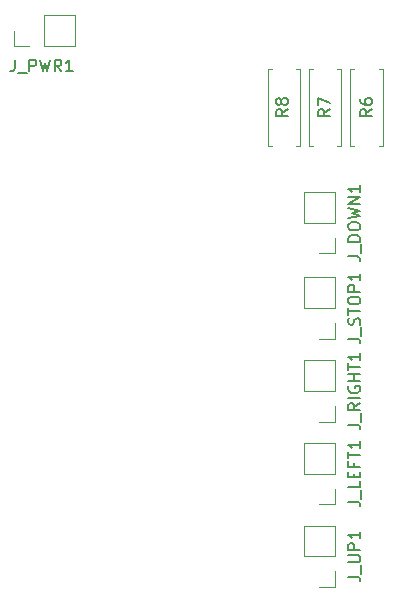
<source format=gto>
G04 #@! TF.GenerationSoftware,KiCad,Pcbnew,8.0.6*
G04 #@! TF.CreationDate,2025-10-25T19:24:46+02:00*
G04 #@! TF.ProjectId,COSMO Adapter v1.0,434f534d-4f20-4416-9461-707465722076,rev?*
G04 #@! TF.SameCoordinates,Original*
G04 #@! TF.FileFunction,Legend,Top*
G04 #@! TF.FilePolarity,Positive*
%FSLAX46Y46*%
G04 Gerber Fmt 4.6, Leading zero omitted, Abs format (unit mm)*
G04 Created by KiCad (PCBNEW 8.0.6) date 2025-10-25 19:24:46*
%MOMM*%
%LPD*%
G01*
G04 APERTURE LIST*
%ADD10C,0.150000*%
%ADD11C,0.120000*%
%ADD12R,1.700000X1.700000*%
%ADD13O,1.700000X1.700000*%
%ADD14C,1.600000*%
%ADD15O,1.600000X1.600000*%
%ADD16R,1.800000X1.800000*%
%ADD17C,1.800000*%
%ADD18R,1.600000X1.600000*%
G04 APERTURE END LIST*
D10*
X168954819Y-118380952D02*
X169669104Y-118380952D01*
X169669104Y-118380952D02*
X169811961Y-118428571D01*
X169811961Y-118428571D02*
X169907200Y-118523809D01*
X169907200Y-118523809D02*
X169954819Y-118666666D01*
X169954819Y-118666666D02*
X169954819Y-118761904D01*
X170050057Y-118142857D02*
X170050057Y-117380952D01*
X169954819Y-116666666D02*
X169954819Y-117142856D01*
X169954819Y-117142856D02*
X168954819Y-117142856D01*
X169431009Y-116333332D02*
X169431009Y-115999999D01*
X169954819Y-115857142D02*
X169954819Y-116333332D01*
X169954819Y-116333332D02*
X168954819Y-116333332D01*
X168954819Y-116333332D02*
X168954819Y-115857142D01*
X169431009Y-115095237D02*
X169431009Y-115428570D01*
X169954819Y-115428570D02*
X168954819Y-115428570D01*
X168954819Y-115428570D02*
X168954819Y-114952380D01*
X168954819Y-114714284D02*
X168954819Y-114142856D01*
X169954819Y-114428570D02*
X168954819Y-114428570D01*
X169954819Y-113285713D02*
X169954819Y-113857141D01*
X169954819Y-113571427D02*
X168954819Y-113571427D01*
X168954819Y-113571427D02*
X169097676Y-113666665D01*
X169097676Y-113666665D02*
X169192914Y-113761903D01*
X169192914Y-113761903D02*
X169240533Y-113857141D01*
X163854819Y-85166666D02*
X163378628Y-85499999D01*
X163854819Y-85738094D02*
X162854819Y-85738094D01*
X162854819Y-85738094D02*
X162854819Y-85357142D01*
X162854819Y-85357142D02*
X162902438Y-85261904D01*
X162902438Y-85261904D02*
X162950057Y-85214285D01*
X162950057Y-85214285D02*
X163045295Y-85166666D01*
X163045295Y-85166666D02*
X163188152Y-85166666D01*
X163188152Y-85166666D02*
X163283390Y-85214285D01*
X163283390Y-85214285D02*
X163331009Y-85261904D01*
X163331009Y-85261904D02*
X163378628Y-85357142D01*
X163378628Y-85357142D02*
X163378628Y-85738094D01*
X163283390Y-84595237D02*
X163235771Y-84690475D01*
X163235771Y-84690475D02*
X163188152Y-84738094D01*
X163188152Y-84738094D02*
X163092914Y-84785713D01*
X163092914Y-84785713D02*
X163045295Y-84785713D01*
X163045295Y-84785713D02*
X162950057Y-84738094D01*
X162950057Y-84738094D02*
X162902438Y-84690475D01*
X162902438Y-84690475D02*
X162854819Y-84595237D01*
X162854819Y-84595237D02*
X162854819Y-84404761D01*
X162854819Y-84404761D02*
X162902438Y-84309523D01*
X162902438Y-84309523D02*
X162950057Y-84261904D01*
X162950057Y-84261904D02*
X163045295Y-84214285D01*
X163045295Y-84214285D02*
X163092914Y-84214285D01*
X163092914Y-84214285D02*
X163188152Y-84261904D01*
X163188152Y-84261904D02*
X163235771Y-84309523D01*
X163235771Y-84309523D02*
X163283390Y-84404761D01*
X163283390Y-84404761D02*
X163283390Y-84595237D01*
X163283390Y-84595237D02*
X163331009Y-84690475D01*
X163331009Y-84690475D02*
X163378628Y-84738094D01*
X163378628Y-84738094D02*
X163473866Y-84785713D01*
X163473866Y-84785713D02*
X163664342Y-84785713D01*
X163664342Y-84785713D02*
X163759580Y-84738094D01*
X163759580Y-84738094D02*
X163807200Y-84690475D01*
X163807200Y-84690475D02*
X163854819Y-84595237D01*
X163854819Y-84595237D02*
X163854819Y-84404761D01*
X163854819Y-84404761D02*
X163807200Y-84309523D01*
X163807200Y-84309523D02*
X163759580Y-84261904D01*
X163759580Y-84261904D02*
X163664342Y-84214285D01*
X163664342Y-84214285D02*
X163473866Y-84214285D01*
X163473866Y-84214285D02*
X163378628Y-84261904D01*
X163378628Y-84261904D02*
X163331009Y-84309523D01*
X163331009Y-84309523D02*
X163283390Y-84404761D01*
X168954819Y-124738095D02*
X169669104Y-124738095D01*
X169669104Y-124738095D02*
X169811961Y-124785714D01*
X169811961Y-124785714D02*
X169907200Y-124880952D01*
X169907200Y-124880952D02*
X169954819Y-125023809D01*
X169954819Y-125023809D02*
X169954819Y-125119047D01*
X170050057Y-124500000D02*
X170050057Y-123738095D01*
X168954819Y-123499999D02*
X169764342Y-123499999D01*
X169764342Y-123499999D02*
X169859580Y-123452380D01*
X169859580Y-123452380D02*
X169907200Y-123404761D01*
X169907200Y-123404761D02*
X169954819Y-123309523D01*
X169954819Y-123309523D02*
X169954819Y-123119047D01*
X169954819Y-123119047D02*
X169907200Y-123023809D01*
X169907200Y-123023809D02*
X169859580Y-122976190D01*
X169859580Y-122976190D02*
X169764342Y-122928571D01*
X169764342Y-122928571D02*
X168954819Y-122928571D01*
X169954819Y-122452380D02*
X168954819Y-122452380D01*
X168954819Y-122452380D02*
X168954819Y-122071428D01*
X168954819Y-122071428D02*
X169002438Y-121976190D01*
X169002438Y-121976190D02*
X169050057Y-121928571D01*
X169050057Y-121928571D02*
X169145295Y-121880952D01*
X169145295Y-121880952D02*
X169288152Y-121880952D01*
X169288152Y-121880952D02*
X169383390Y-121928571D01*
X169383390Y-121928571D02*
X169431009Y-121976190D01*
X169431009Y-121976190D02*
X169478628Y-122071428D01*
X169478628Y-122071428D02*
X169478628Y-122452380D01*
X169954819Y-120928571D02*
X169954819Y-121499999D01*
X169954819Y-121214285D02*
X168954819Y-121214285D01*
X168954819Y-121214285D02*
X169097676Y-121309523D01*
X169097676Y-121309523D02*
X169192914Y-121404761D01*
X169192914Y-121404761D02*
X169240533Y-121499999D01*
X168954819Y-111857142D02*
X169669104Y-111857142D01*
X169669104Y-111857142D02*
X169811961Y-111904761D01*
X169811961Y-111904761D02*
X169907200Y-111999999D01*
X169907200Y-111999999D02*
X169954819Y-112142856D01*
X169954819Y-112142856D02*
X169954819Y-112238094D01*
X170050057Y-111619047D02*
X170050057Y-110857142D01*
X169954819Y-110047618D02*
X169478628Y-110380951D01*
X169954819Y-110619046D02*
X168954819Y-110619046D01*
X168954819Y-110619046D02*
X168954819Y-110238094D01*
X168954819Y-110238094D02*
X169002438Y-110142856D01*
X169002438Y-110142856D02*
X169050057Y-110095237D01*
X169050057Y-110095237D02*
X169145295Y-110047618D01*
X169145295Y-110047618D02*
X169288152Y-110047618D01*
X169288152Y-110047618D02*
X169383390Y-110095237D01*
X169383390Y-110095237D02*
X169431009Y-110142856D01*
X169431009Y-110142856D02*
X169478628Y-110238094D01*
X169478628Y-110238094D02*
X169478628Y-110619046D01*
X169954819Y-109619046D02*
X168954819Y-109619046D01*
X169002438Y-108619047D02*
X168954819Y-108714285D01*
X168954819Y-108714285D02*
X168954819Y-108857142D01*
X168954819Y-108857142D02*
X169002438Y-108999999D01*
X169002438Y-108999999D02*
X169097676Y-109095237D01*
X169097676Y-109095237D02*
X169192914Y-109142856D01*
X169192914Y-109142856D02*
X169383390Y-109190475D01*
X169383390Y-109190475D02*
X169526247Y-109190475D01*
X169526247Y-109190475D02*
X169716723Y-109142856D01*
X169716723Y-109142856D02*
X169811961Y-109095237D01*
X169811961Y-109095237D02*
X169907200Y-108999999D01*
X169907200Y-108999999D02*
X169954819Y-108857142D01*
X169954819Y-108857142D02*
X169954819Y-108761904D01*
X169954819Y-108761904D02*
X169907200Y-108619047D01*
X169907200Y-108619047D02*
X169859580Y-108571428D01*
X169859580Y-108571428D02*
X169526247Y-108571428D01*
X169526247Y-108571428D02*
X169526247Y-108761904D01*
X169954819Y-108142856D02*
X168954819Y-108142856D01*
X169431009Y-108142856D02*
X169431009Y-107571428D01*
X169954819Y-107571428D02*
X168954819Y-107571428D01*
X168954819Y-107238094D02*
X168954819Y-106666666D01*
X169954819Y-106952380D02*
X168954819Y-106952380D01*
X169954819Y-105809523D02*
X169954819Y-106380951D01*
X169954819Y-106095237D02*
X168954819Y-106095237D01*
X168954819Y-106095237D02*
X169097676Y-106190475D01*
X169097676Y-106190475D02*
X169192914Y-106285713D01*
X169192914Y-106285713D02*
X169240533Y-106380951D01*
X168954819Y-97598333D02*
X169669104Y-97598333D01*
X169669104Y-97598333D02*
X169811961Y-97645952D01*
X169811961Y-97645952D02*
X169907200Y-97741190D01*
X169907200Y-97741190D02*
X169954819Y-97884047D01*
X169954819Y-97884047D02*
X169954819Y-97979285D01*
X170050057Y-97360238D02*
X170050057Y-96598333D01*
X169954819Y-96360237D02*
X168954819Y-96360237D01*
X168954819Y-96360237D02*
X168954819Y-96122142D01*
X168954819Y-96122142D02*
X169002438Y-95979285D01*
X169002438Y-95979285D02*
X169097676Y-95884047D01*
X169097676Y-95884047D02*
X169192914Y-95836428D01*
X169192914Y-95836428D02*
X169383390Y-95788809D01*
X169383390Y-95788809D02*
X169526247Y-95788809D01*
X169526247Y-95788809D02*
X169716723Y-95836428D01*
X169716723Y-95836428D02*
X169811961Y-95884047D01*
X169811961Y-95884047D02*
X169907200Y-95979285D01*
X169907200Y-95979285D02*
X169954819Y-96122142D01*
X169954819Y-96122142D02*
X169954819Y-96360237D01*
X168954819Y-95169761D02*
X168954819Y-94979285D01*
X168954819Y-94979285D02*
X169002438Y-94884047D01*
X169002438Y-94884047D02*
X169097676Y-94788809D01*
X169097676Y-94788809D02*
X169288152Y-94741190D01*
X169288152Y-94741190D02*
X169621485Y-94741190D01*
X169621485Y-94741190D02*
X169811961Y-94788809D01*
X169811961Y-94788809D02*
X169907200Y-94884047D01*
X169907200Y-94884047D02*
X169954819Y-94979285D01*
X169954819Y-94979285D02*
X169954819Y-95169761D01*
X169954819Y-95169761D02*
X169907200Y-95264999D01*
X169907200Y-95264999D02*
X169811961Y-95360237D01*
X169811961Y-95360237D02*
X169621485Y-95407856D01*
X169621485Y-95407856D02*
X169288152Y-95407856D01*
X169288152Y-95407856D02*
X169097676Y-95360237D01*
X169097676Y-95360237D02*
X169002438Y-95264999D01*
X169002438Y-95264999D02*
X168954819Y-95169761D01*
X168954819Y-94407856D02*
X169954819Y-94169761D01*
X169954819Y-94169761D02*
X169240533Y-93979285D01*
X169240533Y-93979285D02*
X169954819Y-93788809D01*
X169954819Y-93788809D02*
X168954819Y-93550714D01*
X169954819Y-93169761D02*
X168954819Y-93169761D01*
X168954819Y-93169761D02*
X169954819Y-92598333D01*
X169954819Y-92598333D02*
X168954819Y-92598333D01*
X169954819Y-91598333D02*
X169954819Y-92169761D01*
X169954819Y-91884047D02*
X168954819Y-91884047D01*
X168954819Y-91884047D02*
X169097676Y-91979285D01*
X169097676Y-91979285D02*
X169192914Y-92074523D01*
X169192914Y-92074523D02*
X169240533Y-92169761D01*
X140714285Y-80954819D02*
X140714285Y-81669104D01*
X140714285Y-81669104D02*
X140666666Y-81811961D01*
X140666666Y-81811961D02*
X140571428Y-81907200D01*
X140571428Y-81907200D02*
X140428571Y-81954819D01*
X140428571Y-81954819D02*
X140333333Y-81954819D01*
X140952381Y-82050057D02*
X141714285Y-82050057D01*
X141952381Y-81954819D02*
X141952381Y-80954819D01*
X141952381Y-80954819D02*
X142333333Y-80954819D01*
X142333333Y-80954819D02*
X142428571Y-81002438D01*
X142428571Y-81002438D02*
X142476190Y-81050057D01*
X142476190Y-81050057D02*
X142523809Y-81145295D01*
X142523809Y-81145295D02*
X142523809Y-81288152D01*
X142523809Y-81288152D02*
X142476190Y-81383390D01*
X142476190Y-81383390D02*
X142428571Y-81431009D01*
X142428571Y-81431009D02*
X142333333Y-81478628D01*
X142333333Y-81478628D02*
X141952381Y-81478628D01*
X142857143Y-80954819D02*
X143095238Y-81954819D01*
X143095238Y-81954819D02*
X143285714Y-81240533D01*
X143285714Y-81240533D02*
X143476190Y-81954819D01*
X143476190Y-81954819D02*
X143714286Y-80954819D01*
X144666666Y-81954819D02*
X144333333Y-81478628D01*
X144095238Y-81954819D02*
X144095238Y-80954819D01*
X144095238Y-80954819D02*
X144476190Y-80954819D01*
X144476190Y-80954819D02*
X144571428Y-81002438D01*
X144571428Y-81002438D02*
X144619047Y-81050057D01*
X144619047Y-81050057D02*
X144666666Y-81145295D01*
X144666666Y-81145295D02*
X144666666Y-81288152D01*
X144666666Y-81288152D02*
X144619047Y-81383390D01*
X144619047Y-81383390D02*
X144571428Y-81431009D01*
X144571428Y-81431009D02*
X144476190Y-81478628D01*
X144476190Y-81478628D02*
X144095238Y-81478628D01*
X145619047Y-81954819D02*
X145047619Y-81954819D01*
X145333333Y-81954819D02*
X145333333Y-80954819D01*
X145333333Y-80954819D02*
X145238095Y-81097676D01*
X145238095Y-81097676D02*
X145142857Y-81192914D01*
X145142857Y-81192914D02*
X145047619Y-81240533D01*
X170954819Y-85166666D02*
X170478628Y-85499999D01*
X170954819Y-85738094D02*
X169954819Y-85738094D01*
X169954819Y-85738094D02*
X169954819Y-85357142D01*
X169954819Y-85357142D02*
X170002438Y-85261904D01*
X170002438Y-85261904D02*
X170050057Y-85214285D01*
X170050057Y-85214285D02*
X170145295Y-85166666D01*
X170145295Y-85166666D02*
X170288152Y-85166666D01*
X170288152Y-85166666D02*
X170383390Y-85214285D01*
X170383390Y-85214285D02*
X170431009Y-85261904D01*
X170431009Y-85261904D02*
X170478628Y-85357142D01*
X170478628Y-85357142D02*
X170478628Y-85738094D01*
X169954819Y-84309523D02*
X169954819Y-84499999D01*
X169954819Y-84499999D02*
X170002438Y-84595237D01*
X170002438Y-84595237D02*
X170050057Y-84642856D01*
X170050057Y-84642856D02*
X170192914Y-84738094D01*
X170192914Y-84738094D02*
X170383390Y-84785713D01*
X170383390Y-84785713D02*
X170764342Y-84785713D01*
X170764342Y-84785713D02*
X170859580Y-84738094D01*
X170859580Y-84738094D02*
X170907200Y-84690475D01*
X170907200Y-84690475D02*
X170954819Y-84595237D01*
X170954819Y-84595237D02*
X170954819Y-84404761D01*
X170954819Y-84404761D02*
X170907200Y-84309523D01*
X170907200Y-84309523D02*
X170859580Y-84261904D01*
X170859580Y-84261904D02*
X170764342Y-84214285D01*
X170764342Y-84214285D02*
X170526247Y-84214285D01*
X170526247Y-84214285D02*
X170431009Y-84261904D01*
X170431009Y-84261904D02*
X170383390Y-84309523D01*
X170383390Y-84309523D02*
X170335771Y-84404761D01*
X170335771Y-84404761D02*
X170335771Y-84595237D01*
X170335771Y-84595237D02*
X170383390Y-84690475D01*
X170383390Y-84690475D02*
X170431009Y-84738094D01*
X170431009Y-84738094D02*
X170526247Y-84785713D01*
X168954819Y-104595238D02*
X169669104Y-104595238D01*
X169669104Y-104595238D02*
X169811961Y-104642857D01*
X169811961Y-104642857D02*
X169907200Y-104738095D01*
X169907200Y-104738095D02*
X169954819Y-104880952D01*
X169954819Y-104880952D02*
X169954819Y-104976190D01*
X170050057Y-104357143D02*
X170050057Y-103595238D01*
X169907200Y-103404761D02*
X169954819Y-103261904D01*
X169954819Y-103261904D02*
X169954819Y-103023809D01*
X169954819Y-103023809D02*
X169907200Y-102928571D01*
X169907200Y-102928571D02*
X169859580Y-102880952D01*
X169859580Y-102880952D02*
X169764342Y-102833333D01*
X169764342Y-102833333D02*
X169669104Y-102833333D01*
X169669104Y-102833333D02*
X169573866Y-102880952D01*
X169573866Y-102880952D02*
X169526247Y-102928571D01*
X169526247Y-102928571D02*
X169478628Y-103023809D01*
X169478628Y-103023809D02*
X169431009Y-103214285D01*
X169431009Y-103214285D02*
X169383390Y-103309523D01*
X169383390Y-103309523D02*
X169335771Y-103357142D01*
X169335771Y-103357142D02*
X169240533Y-103404761D01*
X169240533Y-103404761D02*
X169145295Y-103404761D01*
X169145295Y-103404761D02*
X169050057Y-103357142D01*
X169050057Y-103357142D02*
X169002438Y-103309523D01*
X169002438Y-103309523D02*
X168954819Y-103214285D01*
X168954819Y-103214285D02*
X168954819Y-102976190D01*
X168954819Y-102976190D02*
X169002438Y-102833333D01*
X168954819Y-102547618D02*
X168954819Y-101976190D01*
X169954819Y-102261904D02*
X168954819Y-102261904D01*
X168954819Y-101452380D02*
X168954819Y-101261904D01*
X168954819Y-101261904D02*
X169002438Y-101166666D01*
X169002438Y-101166666D02*
X169097676Y-101071428D01*
X169097676Y-101071428D02*
X169288152Y-101023809D01*
X169288152Y-101023809D02*
X169621485Y-101023809D01*
X169621485Y-101023809D02*
X169811961Y-101071428D01*
X169811961Y-101071428D02*
X169907200Y-101166666D01*
X169907200Y-101166666D02*
X169954819Y-101261904D01*
X169954819Y-101261904D02*
X169954819Y-101452380D01*
X169954819Y-101452380D02*
X169907200Y-101547618D01*
X169907200Y-101547618D02*
X169811961Y-101642856D01*
X169811961Y-101642856D02*
X169621485Y-101690475D01*
X169621485Y-101690475D02*
X169288152Y-101690475D01*
X169288152Y-101690475D02*
X169097676Y-101642856D01*
X169097676Y-101642856D02*
X169002438Y-101547618D01*
X169002438Y-101547618D02*
X168954819Y-101452380D01*
X169954819Y-100595237D02*
X168954819Y-100595237D01*
X168954819Y-100595237D02*
X168954819Y-100214285D01*
X168954819Y-100214285D02*
X169002438Y-100119047D01*
X169002438Y-100119047D02*
X169050057Y-100071428D01*
X169050057Y-100071428D02*
X169145295Y-100023809D01*
X169145295Y-100023809D02*
X169288152Y-100023809D01*
X169288152Y-100023809D02*
X169383390Y-100071428D01*
X169383390Y-100071428D02*
X169431009Y-100119047D01*
X169431009Y-100119047D02*
X169478628Y-100214285D01*
X169478628Y-100214285D02*
X169478628Y-100595237D01*
X169954819Y-99071428D02*
X169954819Y-99642856D01*
X169954819Y-99357142D02*
X168954819Y-99357142D01*
X168954819Y-99357142D02*
X169097676Y-99452380D01*
X169097676Y-99452380D02*
X169192914Y-99547618D01*
X169192914Y-99547618D02*
X169240533Y-99642856D01*
X167404819Y-85166666D02*
X166928628Y-85499999D01*
X167404819Y-85738094D02*
X166404819Y-85738094D01*
X166404819Y-85738094D02*
X166404819Y-85357142D01*
X166404819Y-85357142D02*
X166452438Y-85261904D01*
X166452438Y-85261904D02*
X166500057Y-85214285D01*
X166500057Y-85214285D02*
X166595295Y-85166666D01*
X166595295Y-85166666D02*
X166738152Y-85166666D01*
X166738152Y-85166666D02*
X166833390Y-85214285D01*
X166833390Y-85214285D02*
X166881009Y-85261904D01*
X166881009Y-85261904D02*
X166928628Y-85357142D01*
X166928628Y-85357142D02*
X166928628Y-85738094D01*
X166404819Y-84833332D02*
X166404819Y-84166666D01*
X166404819Y-84166666D02*
X167404819Y-84595237D01*
D11*
X165170000Y-116005000D02*
X165170000Y-113405000D01*
X167830000Y-113405000D02*
X165170000Y-113405000D01*
X167830000Y-116005000D02*
X165170000Y-116005000D01*
X167830000Y-116005000D02*
X167830000Y-113405000D01*
X167830000Y-117275000D02*
X167830000Y-118605000D01*
X167830000Y-118605000D02*
X166500000Y-118605000D01*
X162130000Y-81730000D02*
X162460000Y-81730000D01*
X162130000Y-88270000D02*
X162130000Y-81730000D01*
X162460000Y-88270000D02*
X162130000Y-88270000D01*
X164540000Y-88270000D02*
X164870000Y-88270000D01*
X164870000Y-81730000D02*
X164540000Y-81730000D01*
X164870000Y-88270000D02*
X164870000Y-81730000D01*
X165170000Y-123005000D02*
X165170000Y-120405000D01*
X167830000Y-120405000D02*
X165170000Y-120405000D01*
X167830000Y-123005000D02*
X165170000Y-123005000D01*
X167830000Y-123005000D02*
X167830000Y-120405000D01*
X167830000Y-124275000D02*
X167830000Y-125605000D01*
X167830000Y-125605000D02*
X166500000Y-125605000D01*
X165170000Y-109005000D02*
X165170000Y-106405000D01*
X167830000Y-106405000D02*
X165170000Y-106405000D01*
X167830000Y-109005000D02*
X165170000Y-109005000D01*
X167830000Y-109005000D02*
X167830000Y-106405000D01*
X167830000Y-110275000D02*
X167830000Y-111605000D01*
X167830000Y-111605000D02*
X166500000Y-111605000D01*
X165170000Y-94770000D02*
X165170000Y-92170000D01*
X167830000Y-92170000D02*
X165170000Y-92170000D01*
X167830000Y-94770000D02*
X165170000Y-94770000D01*
X167830000Y-94770000D02*
X167830000Y-92170000D01*
X167830000Y-96040000D02*
X167830000Y-97370000D01*
X167830000Y-97370000D02*
X166500000Y-97370000D01*
X140630000Y-79830000D02*
X140630000Y-78500000D01*
X141960000Y-79830000D02*
X140630000Y-79830000D01*
X143230000Y-77170000D02*
X145830000Y-77170000D01*
X143230000Y-79830000D02*
X143230000Y-77170000D01*
X143230000Y-79830000D02*
X145830000Y-79830000D01*
X145830000Y-79830000D02*
X145830000Y-77170000D01*
X169130000Y-81730000D02*
X169460000Y-81730000D01*
X169130000Y-88270000D02*
X169130000Y-81730000D01*
X169460000Y-88270000D02*
X169130000Y-88270000D01*
X171540000Y-88270000D02*
X171870000Y-88270000D01*
X171870000Y-81730000D02*
X171540000Y-81730000D01*
X171870000Y-88270000D02*
X171870000Y-81730000D01*
X165170000Y-102005000D02*
X165170000Y-99405000D01*
X167830000Y-99405000D02*
X165170000Y-99405000D01*
X167830000Y-102005000D02*
X165170000Y-102005000D01*
X167830000Y-102005000D02*
X167830000Y-99405000D01*
X167830000Y-103275000D02*
X167830000Y-104605000D01*
X167830000Y-104605000D02*
X166500000Y-104605000D01*
X165630000Y-81730000D02*
X165960000Y-81730000D01*
X165630000Y-88270000D02*
X165630000Y-81730000D01*
X165960000Y-88270000D02*
X165630000Y-88270000D01*
X168040000Y-88270000D02*
X168370000Y-88270000D01*
X168370000Y-81730000D02*
X168040000Y-81730000D01*
X168370000Y-88270000D02*
X168370000Y-81730000D01*
%LPC*%
D12*
X166500000Y-117275000D03*
D13*
X166500000Y-114735000D03*
D14*
X163500000Y-88810000D03*
D15*
X163500000Y-81190000D03*
D12*
X166500000Y-124275000D03*
D13*
X166500000Y-121735000D03*
D14*
X134255000Y-83875000D03*
X134255000Y-91495000D03*
X134255000Y-94035000D03*
X134255000Y-101655000D03*
X159655000Y-91495000D03*
X159655000Y-88955000D03*
X159655000Y-94035000D03*
X134255000Y-88955000D03*
X134255000Y-104195000D03*
X134255000Y-106735000D03*
X134255000Y-109275000D03*
X134255000Y-116895000D03*
X134255000Y-119435000D03*
X159655000Y-101655000D03*
X159655000Y-99115000D03*
X159655000Y-96575000D03*
X159655000Y-106735000D03*
X159655000Y-104195000D03*
X159655000Y-111815000D03*
X159655000Y-109275000D03*
X159655000Y-119435000D03*
X134255000Y-86415000D03*
X159655000Y-86415000D03*
X134255000Y-111815000D03*
X134255000Y-96575000D03*
X134255000Y-114355000D03*
X134255000Y-99115000D03*
X159655000Y-83875000D03*
X159655000Y-114355000D03*
X159655000Y-116895000D03*
D12*
X166500000Y-110275000D03*
D13*
X166500000Y-107735000D03*
D12*
X166500000Y-96040000D03*
D13*
X166500000Y-93500000D03*
D12*
X141960000Y-78500000D03*
D13*
X144500000Y-78500000D03*
D14*
X170500000Y-88810000D03*
D15*
X170500000Y-81190000D03*
D12*
X166500000Y-103275000D03*
D13*
X166500000Y-100735000D03*
D14*
X167000000Y-88810000D03*
D15*
X167000000Y-81190000D03*
D14*
X139190000Y-123500000D03*
D15*
X146810000Y-123500000D03*
D16*
X165500000Y-73500000D03*
D17*
X162960000Y-73500000D03*
D14*
X152000000Y-89620000D03*
D15*
X152000000Y-82000000D03*
D14*
X152000000Y-121620000D03*
D15*
X152000000Y-114000000D03*
D18*
X139380000Y-118040000D03*
D15*
X139380000Y-115500000D03*
X147000000Y-115500000D03*
X147000000Y-118040000D03*
D16*
X159500000Y-73500000D03*
D17*
X156960000Y-73500000D03*
D18*
X139500000Y-94500000D03*
D15*
X139500000Y-91960000D03*
X147120000Y-91960000D03*
X147120000Y-94500000D03*
D16*
X153500000Y-73500000D03*
D17*
X150960000Y-73500000D03*
D18*
X139500000Y-110540000D03*
D15*
X139500000Y-108000000D03*
X147120000Y-108000000D03*
X147120000Y-110540000D03*
D14*
X152000000Y-110810000D03*
D15*
X152000000Y-103190000D03*
D18*
X139500000Y-102540000D03*
D15*
X139500000Y-100000000D03*
X147120000Y-100000000D03*
X147120000Y-102540000D03*
D18*
X139500000Y-86540000D03*
D15*
X139500000Y-84000000D03*
X147120000Y-84000000D03*
X147120000Y-86540000D03*
D14*
X152000000Y-100120000D03*
D15*
X152000000Y-92500000D03*
%LPD*%
M02*

</source>
